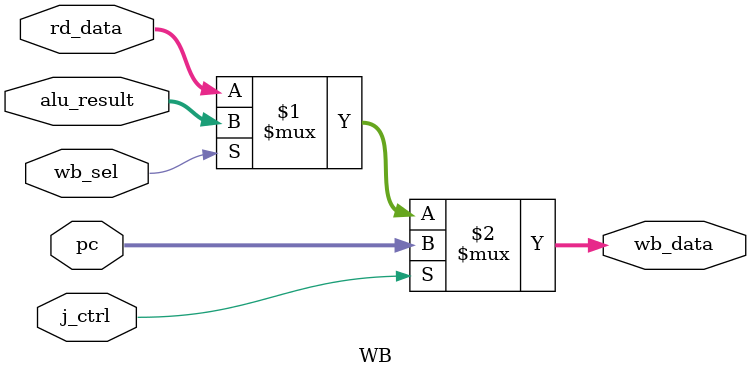
<source format=v>
module WB(
	// Input
	wb_sel, 
	rd_data, 
	alu_result,
	pc,
	j_ctrl,
	// Output
	wb_data
        );

input wire wb_sel, j_ctrl;
input wire [15:0] rd_data, alu_result, pc;

output wire [15:0] wb_data;

assign wb_data = 	(j_ctrl)	?	pc		:
					(wb_sel) 	? 	alu_result 	: 
									rd_data;

endmodule

</source>
